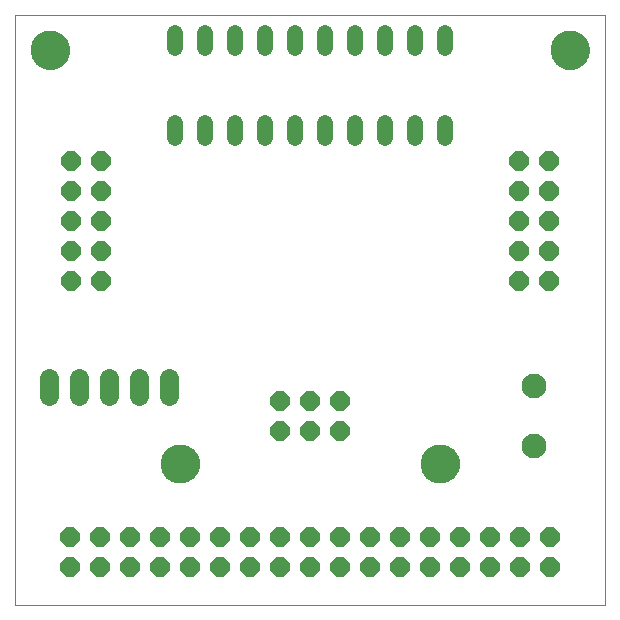
<source format=gts>
G75*
G70*
%OFA0B0*%
%FSLAX24Y24*%
%IPPOS*%
%LPD*%
%AMOC8*
5,1,8,0,0,1.08239X$1,22.5*
%
%ADD10C,0.0000*%
%ADD11C,0.1300*%
%ADD12OC8,0.0640*%
%ADD13C,0.0520*%
%ADD14C,0.0640*%
%ADD15C,0.0827*%
D10*
X000377Y000377D02*
X020062Y000377D01*
X020062Y020062D01*
X000377Y020062D01*
X000377Y000377D01*
X005259Y005101D02*
X005261Y005151D01*
X005267Y005201D01*
X005277Y005250D01*
X005291Y005298D01*
X005308Y005345D01*
X005329Y005390D01*
X005354Y005434D01*
X005382Y005475D01*
X005414Y005514D01*
X005448Y005551D01*
X005485Y005585D01*
X005525Y005615D01*
X005567Y005642D01*
X005611Y005666D01*
X005657Y005687D01*
X005704Y005703D01*
X005752Y005716D01*
X005802Y005725D01*
X005851Y005730D01*
X005902Y005731D01*
X005952Y005728D01*
X006001Y005721D01*
X006050Y005710D01*
X006098Y005695D01*
X006144Y005677D01*
X006189Y005655D01*
X006232Y005629D01*
X006273Y005600D01*
X006312Y005568D01*
X006348Y005533D01*
X006380Y005495D01*
X006410Y005455D01*
X006437Y005412D01*
X006460Y005368D01*
X006479Y005322D01*
X006495Y005274D01*
X006507Y005225D01*
X006515Y005176D01*
X006519Y005126D01*
X006519Y005076D01*
X006515Y005026D01*
X006507Y004977D01*
X006495Y004928D01*
X006479Y004880D01*
X006460Y004834D01*
X006437Y004790D01*
X006410Y004747D01*
X006380Y004707D01*
X006348Y004669D01*
X006312Y004634D01*
X006273Y004602D01*
X006232Y004573D01*
X006189Y004547D01*
X006144Y004525D01*
X006098Y004507D01*
X006050Y004492D01*
X006001Y004481D01*
X005952Y004474D01*
X005902Y004471D01*
X005851Y004472D01*
X005802Y004477D01*
X005752Y004486D01*
X005704Y004499D01*
X005657Y004515D01*
X005611Y004536D01*
X005567Y004560D01*
X005525Y004587D01*
X005485Y004617D01*
X005448Y004651D01*
X005414Y004688D01*
X005382Y004727D01*
X005354Y004768D01*
X005329Y004812D01*
X005308Y004857D01*
X005291Y004904D01*
X005277Y004952D01*
X005267Y005001D01*
X005261Y005051D01*
X005259Y005101D01*
X013920Y005101D02*
X013922Y005151D01*
X013928Y005201D01*
X013938Y005250D01*
X013952Y005298D01*
X013969Y005345D01*
X013990Y005390D01*
X014015Y005434D01*
X014043Y005475D01*
X014075Y005514D01*
X014109Y005551D01*
X014146Y005585D01*
X014186Y005615D01*
X014228Y005642D01*
X014272Y005666D01*
X014318Y005687D01*
X014365Y005703D01*
X014413Y005716D01*
X014463Y005725D01*
X014512Y005730D01*
X014563Y005731D01*
X014613Y005728D01*
X014662Y005721D01*
X014711Y005710D01*
X014759Y005695D01*
X014805Y005677D01*
X014850Y005655D01*
X014893Y005629D01*
X014934Y005600D01*
X014973Y005568D01*
X015009Y005533D01*
X015041Y005495D01*
X015071Y005455D01*
X015098Y005412D01*
X015121Y005368D01*
X015140Y005322D01*
X015156Y005274D01*
X015168Y005225D01*
X015176Y005176D01*
X015180Y005126D01*
X015180Y005076D01*
X015176Y005026D01*
X015168Y004977D01*
X015156Y004928D01*
X015140Y004880D01*
X015121Y004834D01*
X015098Y004790D01*
X015071Y004747D01*
X015041Y004707D01*
X015009Y004669D01*
X014973Y004634D01*
X014934Y004602D01*
X014893Y004573D01*
X014850Y004547D01*
X014805Y004525D01*
X014759Y004507D01*
X014711Y004492D01*
X014662Y004481D01*
X014613Y004474D01*
X014563Y004471D01*
X014512Y004472D01*
X014463Y004477D01*
X014413Y004486D01*
X014365Y004499D01*
X014318Y004515D01*
X014272Y004536D01*
X014228Y004560D01*
X014186Y004587D01*
X014146Y004617D01*
X014109Y004651D01*
X014075Y004688D01*
X014043Y004727D01*
X014015Y004768D01*
X013990Y004812D01*
X013969Y004857D01*
X013952Y004904D01*
X013938Y004952D01*
X013928Y005001D01*
X013922Y005051D01*
X013920Y005101D01*
X018251Y018881D02*
X018253Y018931D01*
X018259Y018981D01*
X018269Y019030D01*
X018283Y019078D01*
X018300Y019125D01*
X018321Y019170D01*
X018346Y019214D01*
X018374Y019255D01*
X018406Y019294D01*
X018440Y019331D01*
X018477Y019365D01*
X018517Y019395D01*
X018559Y019422D01*
X018603Y019446D01*
X018649Y019467D01*
X018696Y019483D01*
X018744Y019496D01*
X018794Y019505D01*
X018843Y019510D01*
X018894Y019511D01*
X018944Y019508D01*
X018993Y019501D01*
X019042Y019490D01*
X019090Y019475D01*
X019136Y019457D01*
X019181Y019435D01*
X019224Y019409D01*
X019265Y019380D01*
X019304Y019348D01*
X019340Y019313D01*
X019372Y019275D01*
X019402Y019235D01*
X019429Y019192D01*
X019452Y019148D01*
X019471Y019102D01*
X019487Y019054D01*
X019499Y019005D01*
X019507Y018956D01*
X019511Y018906D01*
X019511Y018856D01*
X019507Y018806D01*
X019499Y018757D01*
X019487Y018708D01*
X019471Y018660D01*
X019452Y018614D01*
X019429Y018570D01*
X019402Y018527D01*
X019372Y018487D01*
X019340Y018449D01*
X019304Y018414D01*
X019265Y018382D01*
X019224Y018353D01*
X019181Y018327D01*
X019136Y018305D01*
X019090Y018287D01*
X019042Y018272D01*
X018993Y018261D01*
X018944Y018254D01*
X018894Y018251D01*
X018843Y018252D01*
X018794Y018257D01*
X018744Y018266D01*
X018696Y018279D01*
X018649Y018295D01*
X018603Y018316D01*
X018559Y018340D01*
X018517Y018367D01*
X018477Y018397D01*
X018440Y018431D01*
X018406Y018468D01*
X018374Y018507D01*
X018346Y018548D01*
X018321Y018592D01*
X018300Y018637D01*
X018283Y018684D01*
X018269Y018732D01*
X018259Y018781D01*
X018253Y018831D01*
X018251Y018881D01*
X000928Y018881D02*
X000930Y018931D01*
X000936Y018981D01*
X000946Y019030D01*
X000960Y019078D01*
X000977Y019125D01*
X000998Y019170D01*
X001023Y019214D01*
X001051Y019255D01*
X001083Y019294D01*
X001117Y019331D01*
X001154Y019365D01*
X001194Y019395D01*
X001236Y019422D01*
X001280Y019446D01*
X001326Y019467D01*
X001373Y019483D01*
X001421Y019496D01*
X001471Y019505D01*
X001520Y019510D01*
X001571Y019511D01*
X001621Y019508D01*
X001670Y019501D01*
X001719Y019490D01*
X001767Y019475D01*
X001813Y019457D01*
X001858Y019435D01*
X001901Y019409D01*
X001942Y019380D01*
X001981Y019348D01*
X002017Y019313D01*
X002049Y019275D01*
X002079Y019235D01*
X002106Y019192D01*
X002129Y019148D01*
X002148Y019102D01*
X002164Y019054D01*
X002176Y019005D01*
X002184Y018956D01*
X002188Y018906D01*
X002188Y018856D01*
X002184Y018806D01*
X002176Y018757D01*
X002164Y018708D01*
X002148Y018660D01*
X002129Y018614D01*
X002106Y018570D01*
X002079Y018527D01*
X002049Y018487D01*
X002017Y018449D01*
X001981Y018414D01*
X001942Y018382D01*
X001901Y018353D01*
X001858Y018327D01*
X001813Y018305D01*
X001767Y018287D01*
X001719Y018272D01*
X001670Y018261D01*
X001621Y018254D01*
X001571Y018251D01*
X001520Y018252D01*
X001471Y018257D01*
X001421Y018266D01*
X001373Y018279D01*
X001326Y018295D01*
X001280Y018316D01*
X001236Y018340D01*
X001194Y018367D01*
X001154Y018397D01*
X001117Y018431D01*
X001083Y018468D01*
X001051Y018507D01*
X001023Y018548D01*
X000998Y018592D01*
X000977Y018637D01*
X000960Y018684D01*
X000946Y018732D01*
X000936Y018781D01*
X000930Y018831D01*
X000928Y018881D01*
D11*
X001558Y018881D03*
X005889Y005101D03*
X014550Y005101D03*
X018881Y018881D03*
D12*
X018200Y015172D03*
X018200Y014172D03*
X018200Y013172D03*
X018200Y012172D03*
X018200Y011172D03*
X017200Y011172D03*
X017200Y012172D03*
X017200Y013172D03*
X017200Y014172D03*
X017200Y015172D03*
X011219Y007176D03*
X010219Y007176D03*
X009219Y007176D03*
X009219Y006176D03*
X010219Y006176D03*
X011219Y006176D03*
X011219Y002649D03*
X010219Y002649D03*
X009219Y002649D03*
X009219Y001649D03*
X008219Y001649D03*
X008219Y002649D03*
X007219Y002649D03*
X007219Y001649D03*
X006219Y001649D03*
X006219Y002649D03*
X005219Y002649D03*
X005219Y001649D03*
X004219Y001649D03*
X004219Y002649D03*
X003219Y002649D03*
X003219Y001649D03*
X002219Y001649D03*
X002219Y002649D03*
X010219Y001649D03*
X011219Y001649D03*
X012219Y001649D03*
X012219Y002649D03*
X013219Y002649D03*
X013219Y001649D03*
X014219Y001649D03*
X014219Y002649D03*
X015219Y002649D03*
X015219Y001649D03*
X016219Y001649D03*
X016219Y002649D03*
X017219Y002649D03*
X017219Y001649D03*
X018219Y001649D03*
X018219Y002649D03*
X003239Y011172D03*
X002239Y011172D03*
X002239Y012172D03*
X003239Y012172D03*
X003239Y013172D03*
X002239Y013172D03*
X002239Y014172D03*
X003239Y014172D03*
X003239Y015172D03*
X002239Y015172D03*
D13*
X005719Y015960D02*
X005719Y016440D01*
X006719Y016440D02*
X006719Y015960D01*
X007719Y015960D02*
X007719Y016440D01*
X008719Y016440D02*
X008719Y015960D01*
X009719Y015960D02*
X009719Y016440D01*
X010719Y016440D02*
X010719Y015960D01*
X011719Y015960D02*
X011719Y016440D01*
X012719Y016440D02*
X012719Y015960D01*
X013719Y015960D02*
X013719Y016440D01*
X014719Y016440D02*
X014719Y015960D01*
X014719Y018960D02*
X014719Y019440D01*
X013719Y019440D02*
X013719Y018960D01*
X012719Y018960D02*
X012719Y019440D01*
X011719Y019440D02*
X011719Y018960D01*
X010719Y018960D02*
X010719Y019440D01*
X009719Y019440D02*
X009719Y018960D01*
X008719Y018960D02*
X008719Y019440D01*
X007719Y019440D02*
X007719Y018960D01*
X006719Y018960D02*
X006719Y019440D01*
X005719Y019440D02*
X005719Y018960D01*
D14*
X005526Y007960D02*
X005526Y007360D01*
X004526Y007360D02*
X004526Y007960D01*
X003526Y007960D02*
X003526Y007360D01*
X002526Y007360D02*
X002526Y007960D01*
X001526Y007960D02*
X001526Y007360D01*
D15*
X017690Y007668D03*
X017690Y005668D03*
M02*

</source>
